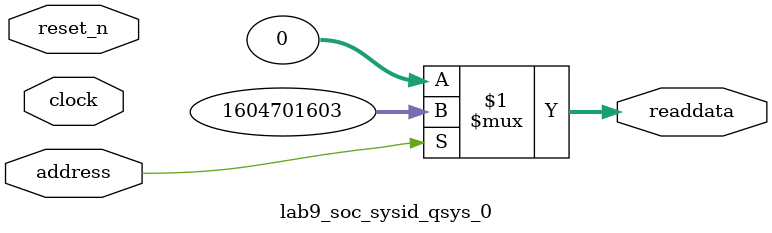
<source format=v>



// synthesis translate_off
`timescale 1ns / 1ps
// synthesis translate_on

// turn off superfluous verilog processor warnings 
// altera message_level Level1 
// altera message_off 10034 10035 10036 10037 10230 10240 10030 

module lab9_soc_sysid_qsys_0 (
               // inputs:
                address,
                clock,
                reset_n,

               // outputs:
                readdata
             )
;

  output  [ 31: 0] readdata;
  input            address;
  input            clock;
  input            reset_n;

  wire    [ 31: 0] readdata;
  //control_slave, which is an e_avalon_slave
  assign readdata = address ? 1604701603 : 0;

endmodule



</source>
